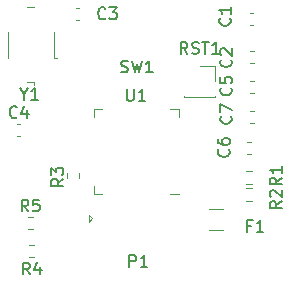
<source format=gbr>
%TF.GenerationSoftware,KiCad,Pcbnew,5.99.0+really5.1.10+dfsg1-1+b1*%
%TF.CreationDate,2021-10-07T11:27:31-07:00*%
%TF.ProjectId,roPlug,726f506c-7567-42e6-9b69-6361645f7063,rev?*%
%TF.SameCoordinates,Original*%
%TF.FileFunction,Legend,Top*%
%TF.FilePolarity,Positive*%
%FSLAX46Y46*%
G04 Gerber Fmt 4.6, Leading zero omitted, Abs format (unit mm)*
G04 Created by KiCad (PCBNEW 5.99.0+really5.1.10+dfsg1-1+b1) date 2021-10-07 11:27:31*
%MOMM*%
%LPD*%
G01*
G04 APERTURE LIST*
%ADD10C,0.120000*%
%ADD11C,0.150000*%
G04 APERTURE END LIST*
D10*
%TO.C,RST1*%
X116370000Y-59030000D02*
X119030000Y-59030000D01*
X116370000Y-58910000D02*
X116370000Y-59030000D01*
X119030000Y-58910000D02*
X119030000Y-59030000D01*
X119030000Y-56370000D02*
X119030000Y-57700000D01*
X117700000Y-56370000D02*
X119030000Y-56370000D01*
%TO.C,SW1*%
X108600000Y-69300000D02*
X108300000Y-69600000D01*
X108300000Y-69600000D02*
X108300000Y-69000000D01*
X108300000Y-69000000D02*
X108600000Y-69300000D01*
%TO.C,U1*%
X109465000Y-67260000D02*
X108740000Y-67260000D01*
X108740000Y-67260000D02*
X108740000Y-66535000D01*
X115235000Y-60040000D02*
X115960000Y-60040000D01*
X115960000Y-60040000D02*
X115960000Y-60765000D01*
X109465000Y-60040000D02*
X108740000Y-60040000D01*
X108740000Y-60040000D02*
X108740000Y-60765000D01*
X115235000Y-67260000D02*
X115960000Y-67260000D01*
%TO.C,Y1*%
X105350000Y-55700000D02*
X105590000Y-55700000D01*
X105350000Y-53500000D02*
X105350000Y-55700000D01*
X101450000Y-55700000D02*
X101450000Y-53500000D01*
X103100000Y-51400000D02*
X103700000Y-51400000D01*
X103700000Y-57800000D02*
X103100000Y-57800000D01*
X103700000Y-58040000D02*
X103700000Y-57800000D01*
%TO.C,R5*%
X103137742Y-70222500D02*
X103612258Y-70222500D01*
X103137742Y-69177500D02*
X103612258Y-69177500D01*
%TO.C,R4*%
X103237742Y-72622500D02*
X103712258Y-72622500D01*
X103237742Y-71577500D02*
X103712258Y-71577500D01*
%TO.C,R3*%
X106477500Y-65437742D02*
X106477500Y-65912258D01*
X107522500Y-65437742D02*
X107522500Y-65912258D01*
%TO.C,R2*%
X121662742Y-67822500D02*
X122137258Y-67822500D01*
X121662742Y-66777500D02*
X122137258Y-66777500D01*
%TO.C,R1*%
X121662742Y-66362500D02*
X122137258Y-66362500D01*
X121662742Y-65317500D02*
X122137258Y-65317500D01*
%TO.C,F1*%
X118497936Y-70310000D02*
X119702064Y-70310000D01*
X118497936Y-68490000D02*
X119702064Y-68490000D01*
%TO.C,C7*%
X121989420Y-61210000D02*
X122270580Y-61210000D01*
X121989420Y-60190000D02*
X122270580Y-60190000D01*
%TO.C,C6*%
X121759420Y-63840000D02*
X122040580Y-63840000D01*
X121759420Y-62820000D02*
X122040580Y-62820000D01*
%TO.C,C5*%
X121989420Y-58700000D02*
X122270580Y-58700000D01*
X121989420Y-57680000D02*
X122270580Y-57680000D01*
%TO.C,C4*%
X102259420Y-62310000D02*
X102540580Y-62310000D01*
X102259420Y-61290000D02*
X102540580Y-61290000D01*
%TO.C,C3*%
X107234420Y-52510000D02*
X107515580Y-52510000D01*
X107234420Y-51490000D02*
X107515580Y-51490000D01*
%TO.C,C2*%
X121989420Y-56190000D02*
X122270580Y-56190000D01*
X121989420Y-55170000D02*
X122270580Y-55170000D01*
%TO.C,C1*%
X121984420Y-52910000D02*
X122265580Y-52910000D01*
X121984420Y-51890000D02*
X122265580Y-51890000D01*
%TO.C,RST1*%
D11*
X116676190Y-55382380D02*
X116342857Y-54906190D01*
X116104761Y-55382380D02*
X116104761Y-54382380D01*
X116485714Y-54382380D01*
X116580952Y-54430000D01*
X116628571Y-54477619D01*
X116676190Y-54572857D01*
X116676190Y-54715714D01*
X116628571Y-54810952D01*
X116580952Y-54858571D01*
X116485714Y-54906190D01*
X116104761Y-54906190D01*
X117057142Y-55334761D02*
X117200000Y-55382380D01*
X117438095Y-55382380D01*
X117533333Y-55334761D01*
X117580952Y-55287142D01*
X117628571Y-55191904D01*
X117628571Y-55096666D01*
X117580952Y-55001428D01*
X117533333Y-54953809D01*
X117438095Y-54906190D01*
X117247619Y-54858571D01*
X117152380Y-54810952D01*
X117104761Y-54763333D01*
X117057142Y-54668095D01*
X117057142Y-54572857D01*
X117104761Y-54477619D01*
X117152380Y-54430000D01*
X117247619Y-54382380D01*
X117485714Y-54382380D01*
X117628571Y-54430000D01*
X117914285Y-54382380D02*
X118485714Y-54382380D01*
X118200000Y-55382380D02*
X118200000Y-54382380D01*
X119342857Y-55382380D02*
X118771428Y-55382380D01*
X119057142Y-55382380D02*
X119057142Y-54382380D01*
X118961904Y-54525238D01*
X118866666Y-54620476D01*
X118771428Y-54668095D01*
%TO.C,P1*%
X111761904Y-73412380D02*
X111761904Y-72412380D01*
X112142857Y-72412380D01*
X112238095Y-72460000D01*
X112285714Y-72507619D01*
X112333333Y-72602857D01*
X112333333Y-72745714D01*
X112285714Y-72840952D01*
X112238095Y-72888571D01*
X112142857Y-72936190D01*
X111761904Y-72936190D01*
X113285714Y-73412380D02*
X112714285Y-73412380D01*
X113000000Y-73412380D02*
X113000000Y-72412380D01*
X112904761Y-72555238D01*
X112809523Y-72650476D01*
X112714285Y-72698095D01*
%TO.C,SW1*%
X111066666Y-56904761D02*
X111209523Y-56952380D01*
X111447619Y-56952380D01*
X111542857Y-56904761D01*
X111590476Y-56857142D01*
X111638095Y-56761904D01*
X111638095Y-56666666D01*
X111590476Y-56571428D01*
X111542857Y-56523809D01*
X111447619Y-56476190D01*
X111257142Y-56428571D01*
X111161904Y-56380952D01*
X111114285Y-56333333D01*
X111066666Y-56238095D01*
X111066666Y-56142857D01*
X111114285Y-56047619D01*
X111161904Y-56000000D01*
X111257142Y-55952380D01*
X111495238Y-55952380D01*
X111638095Y-56000000D01*
X111971428Y-55952380D02*
X112209523Y-56952380D01*
X112400000Y-56238095D01*
X112590476Y-56952380D01*
X112828571Y-55952380D01*
X113733333Y-56952380D02*
X113161904Y-56952380D01*
X113447619Y-56952380D02*
X113447619Y-55952380D01*
X113352380Y-56095238D01*
X113257142Y-56190476D01*
X113161904Y-56238095D01*
%TO.C,U1*%
X111538095Y-58352380D02*
X111538095Y-59161904D01*
X111585714Y-59257142D01*
X111633333Y-59304761D01*
X111728571Y-59352380D01*
X111919047Y-59352380D01*
X112014285Y-59304761D01*
X112061904Y-59257142D01*
X112109523Y-59161904D01*
X112109523Y-58352380D01*
X113109523Y-59352380D02*
X112538095Y-59352380D01*
X112823809Y-59352380D02*
X112823809Y-58352380D01*
X112728571Y-58495238D01*
X112633333Y-58590476D01*
X112538095Y-58638095D01*
%TO.C,Y1*%
X102823809Y-58776190D02*
X102823809Y-59252380D01*
X102490476Y-58252380D02*
X102823809Y-58776190D01*
X103157142Y-58252380D01*
X104014285Y-59252380D02*
X103442857Y-59252380D01*
X103728571Y-59252380D02*
X103728571Y-58252380D01*
X103633333Y-58395238D01*
X103538095Y-58490476D01*
X103442857Y-58538095D01*
%TO.C,R5*%
X103208333Y-68722380D02*
X102875000Y-68246190D01*
X102636904Y-68722380D02*
X102636904Y-67722380D01*
X103017857Y-67722380D01*
X103113095Y-67770000D01*
X103160714Y-67817619D01*
X103208333Y-67912857D01*
X103208333Y-68055714D01*
X103160714Y-68150952D01*
X103113095Y-68198571D01*
X103017857Y-68246190D01*
X102636904Y-68246190D01*
X104113095Y-67722380D02*
X103636904Y-67722380D01*
X103589285Y-68198571D01*
X103636904Y-68150952D01*
X103732142Y-68103333D01*
X103970238Y-68103333D01*
X104065476Y-68150952D01*
X104113095Y-68198571D01*
X104160714Y-68293809D01*
X104160714Y-68531904D01*
X104113095Y-68627142D01*
X104065476Y-68674761D01*
X103970238Y-68722380D01*
X103732142Y-68722380D01*
X103636904Y-68674761D01*
X103589285Y-68627142D01*
%TO.C,R4*%
X103333333Y-74052380D02*
X103000000Y-73576190D01*
X102761904Y-74052380D02*
X102761904Y-73052380D01*
X103142857Y-73052380D01*
X103238095Y-73100000D01*
X103285714Y-73147619D01*
X103333333Y-73242857D01*
X103333333Y-73385714D01*
X103285714Y-73480952D01*
X103238095Y-73528571D01*
X103142857Y-73576190D01*
X102761904Y-73576190D01*
X104190476Y-73385714D02*
X104190476Y-74052380D01*
X103952380Y-73004761D02*
X103714285Y-73719047D01*
X104333333Y-73719047D01*
%TO.C,R3*%
X106152380Y-65966666D02*
X105676190Y-66300000D01*
X106152380Y-66538095D02*
X105152380Y-66538095D01*
X105152380Y-66157142D01*
X105200000Y-66061904D01*
X105247619Y-66014285D01*
X105342857Y-65966666D01*
X105485714Y-65966666D01*
X105580952Y-66014285D01*
X105628571Y-66061904D01*
X105676190Y-66157142D01*
X105676190Y-66538095D01*
X105152380Y-65633333D02*
X105152380Y-65014285D01*
X105533333Y-65347619D01*
X105533333Y-65204761D01*
X105580952Y-65109523D01*
X105628571Y-65061904D01*
X105723809Y-65014285D01*
X105961904Y-65014285D01*
X106057142Y-65061904D01*
X106104761Y-65109523D01*
X106152380Y-65204761D01*
X106152380Y-65490476D01*
X106104761Y-65585714D01*
X106057142Y-65633333D01*
%TO.C,R2*%
X124652380Y-67866666D02*
X124176190Y-68200000D01*
X124652380Y-68438095D02*
X123652380Y-68438095D01*
X123652380Y-68057142D01*
X123700000Y-67961904D01*
X123747619Y-67914285D01*
X123842857Y-67866666D01*
X123985714Y-67866666D01*
X124080952Y-67914285D01*
X124128571Y-67961904D01*
X124176190Y-68057142D01*
X124176190Y-68438095D01*
X123747619Y-67485714D02*
X123700000Y-67438095D01*
X123652380Y-67342857D01*
X123652380Y-67104761D01*
X123700000Y-67009523D01*
X123747619Y-66961904D01*
X123842857Y-66914285D01*
X123938095Y-66914285D01*
X124080952Y-66961904D01*
X124652380Y-67533333D01*
X124652380Y-66914285D01*
%TO.C,R1*%
X124652380Y-65866666D02*
X124176190Y-66200000D01*
X124652380Y-66438095D02*
X123652380Y-66438095D01*
X123652380Y-66057142D01*
X123700000Y-65961904D01*
X123747619Y-65914285D01*
X123842857Y-65866666D01*
X123985714Y-65866666D01*
X124080952Y-65914285D01*
X124128571Y-65961904D01*
X124176190Y-66057142D01*
X124176190Y-66438095D01*
X124652380Y-64914285D02*
X124652380Y-65485714D01*
X124652380Y-65200000D02*
X123652380Y-65200000D01*
X123795238Y-65295238D01*
X123890476Y-65390476D01*
X123938095Y-65485714D01*
%TO.C,F1*%
X122066666Y-69928571D02*
X121733333Y-69928571D01*
X121733333Y-70452380D02*
X121733333Y-69452380D01*
X122209523Y-69452380D01*
X123114285Y-70452380D02*
X122542857Y-70452380D01*
X122828571Y-70452380D02*
X122828571Y-69452380D01*
X122733333Y-69595238D01*
X122638095Y-69690476D01*
X122542857Y-69738095D01*
%TO.C,C7*%
X120357142Y-60666666D02*
X120404761Y-60714285D01*
X120452380Y-60857142D01*
X120452380Y-60952380D01*
X120404761Y-61095238D01*
X120309523Y-61190476D01*
X120214285Y-61238095D01*
X120023809Y-61285714D01*
X119880952Y-61285714D01*
X119690476Y-61238095D01*
X119595238Y-61190476D01*
X119500000Y-61095238D01*
X119452380Y-60952380D01*
X119452380Y-60857142D01*
X119500000Y-60714285D01*
X119547619Y-60666666D01*
X119452380Y-60333333D02*
X119452380Y-59666666D01*
X120452380Y-60095238D01*
%TO.C,C6*%
X120157142Y-63466666D02*
X120204761Y-63514285D01*
X120252380Y-63657142D01*
X120252380Y-63752380D01*
X120204761Y-63895238D01*
X120109523Y-63990476D01*
X120014285Y-64038095D01*
X119823809Y-64085714D01*
X119680952Y-64085714D01*
X119490476Y-64038095D01*
X119395238Y-63990476D01*
X119300000Y-63895238D01*
X119252380Y-63752380D01*
X119252380Y-63657142D01*
X119300000Y-63514285D01*
X119347619Y-63466666D01*
X119252380Y-62609523D02*
X119252380Y-62800000D01*
X119300000Y-62895238D01*
X119347619Y-62942857D01*
X119490476Y-63038095D01*
X119680952Y-63085714D01*
X120061904Y-63085714D01*
X120157142Y-63038095D01*
X120204761Y-62990476D01*
X120252380Y-62895238D01*
X120252380Y-62704761D01*
X120204761Y-62609523D01*
X120157142Y-62561904D01*
X120061904Y-62514285D01*
X119823809Y-62514285D01*
X119728571Y-62561904D01*
X119680952Y-62609523D01*
X119633333Y-62704761D01*
X119633333Y-62895238D01*
X119680952Y-62990476D01*
X119728571Y-63038095D01*
X119823809Y-63085714D01*
%TO.C,C5*%
X120357142Y-58266666D02*
X120404761Y-58314285D01*
X120452380Y-58457142D01*
X120452380Y-58552380D01*
X120404761Y-58695238D01*
X120309523Y-58790476D01*
X120214285Y-58838095D01*
X120023809Y-58885714D01*
X119880952Y-58885714D01*
X119690476Y-58838095D01*
X119595238Y-58790476D01*
X119500000Y-58695238D01*
X119452380Y-58552380D01*
X119452380Y-58457142D01*
X119500000Y-58314285D01*
X119547619Y-58266666D01*
X119452380Y-57361904D02*
X119452380Y-57838095D01*
X119928571Y-57885714D01*
X119880952Y-57838095D01*
X119833333Y-57742857D01*
X119833333Y-57504761D01*
X119880952Y-57409523D01*
X119928571Y-57361904D01*
X120023809Y-57314285D01*
X120261904Y-57314285D01*
X120357142Y-57361904D01*
X120404761Y-57409523D01*
X120452380Y-57504761D01*
X120452380Y-57742857D01*
X120404761Y-57838095D01*
X120357142Y-57885714D01*
%TO.C,C4*%
X102233333Y-60727142D02*
X102185714Y-60774761D01*
X102042857Y-60822380D01*
X101947619Y-60822380D01*
X101804761Y-60774761D01*
X101709523Y-60679523D01*
X101661904Y-60584285D01*
X101614285Y-60393809D01*
X101614285Y-60250952D01*
X101661904Y-60060476D01*
X101709523Y-59965238D01*
X101804761Y-59870000D01*
X101947619Y-59822380D01*
X102042857Y-59822380D01*
X102185714Y-59870000D01*
X102233333Y-59917619D01*
X103090476Y-60155714D02*
X103090476Y-60822380D01*
X102852380Y-59774761D02*
X102614285Y-60489047D01*
X103233333Y-60489047D01*
%TO.C,C3*%
X109733333Y-52357142D02*
X109685714Y-52404761D01*
X109542857Y-52452380D01*
X109447619Y-52452380D01*
X109304761Y-52404761D01*
X109209523Y-52309523D01*
X109161904Y-52214285D01*
X109114285Y-52023809D01*
X109114285Y-51880952D01*
X109161904Y-51690476D01*
X109209523Y-51595238D01*
X109304761Y-51500000D01*
X109447619Y-51452380D01*
X109542857Y-51452380D01*
X109685714Y-51500000D01*
X109733333Y-51547619D01*
X110066666Y-51452380D02*
X110685714Y-51452380D01*
X110352380Y-51833333D01*
X110495238Y-51833333D01*
X110590476Y-51880952D01*
X110638095Y-51928571D01*
X110685714Y-52023809D01*
X110685714Y-52261904D01*
X110638095Y-52357142D01*
X110590476Y-52404761D01*
X110495238Y-52452380D01*
X110209523Y-52452380D01*
X110114285Y-52404761D01*
X110066666Y-52357142D01*
%TO.C,C2*%
X120357142Y-55866666D02*
X120404761Y-55914285D01*
X120452380Y-56057142D01*
X120452380Y-56152380D01*
X120404761Y-56295238D01*
X120309523Y-56390476D01*
X120214285Y-56438095D01*
X120023809Y-56485714D01*
X119880952Y-56485714D01*
X119690476Y-56438095D01*
X119595238Y-56390476D01*
X119500000Y-56295238D01*
X119452380Y-56152380D01*
X119452380Y-56057142D01*
X119500000Y-55914285D01*
X119547619Y-55866666D01*
X119547619Y-55485714D02*
X119500000Y-55438095D01*
X119452380Y-55342857D01*
X119452380Y-55104761D01*
X119500000Y-55009523D01*
X119547619Y-54961904D01*
X119642857Y-54914285D01*
X119738095Y-54914285D01*
X119880952Y-54961904D01*
X120452380Y-55533333D01*
X120452380Y-54914285D01*
%TO.C,C1*%
X120257142Y-52366666D02*
X120304761Y-52414285D01*
X120352380Y-52557142D01*
X120352380Y-52652380D01*
X120304761Y-52795238D01*
X120209523Y-52890476D01*
X120114285Y-52938095D01*
X119923809Y-52985714D01*
X119780952Y-52985714D01*
X119590476Y-52938095D01*
X119495238Y-52890476D01*
X119400000Y-52795238D01*
X119352380Y-52652380D01*
X119352380Y-52557142D01*
X119400000Y-52414285D01*
X119447619Y-52366666D01*
X120352380Y-51414285D02*
X120352380Y-51985714D01*
X120352380Y-51700000D02*
X119352380Y-51700000D01*
X119495238Y-51795238D01*
X119590476Y-51890476D01*
X119638095Y-51985714D01*
%TD*%
M02*

</source>
